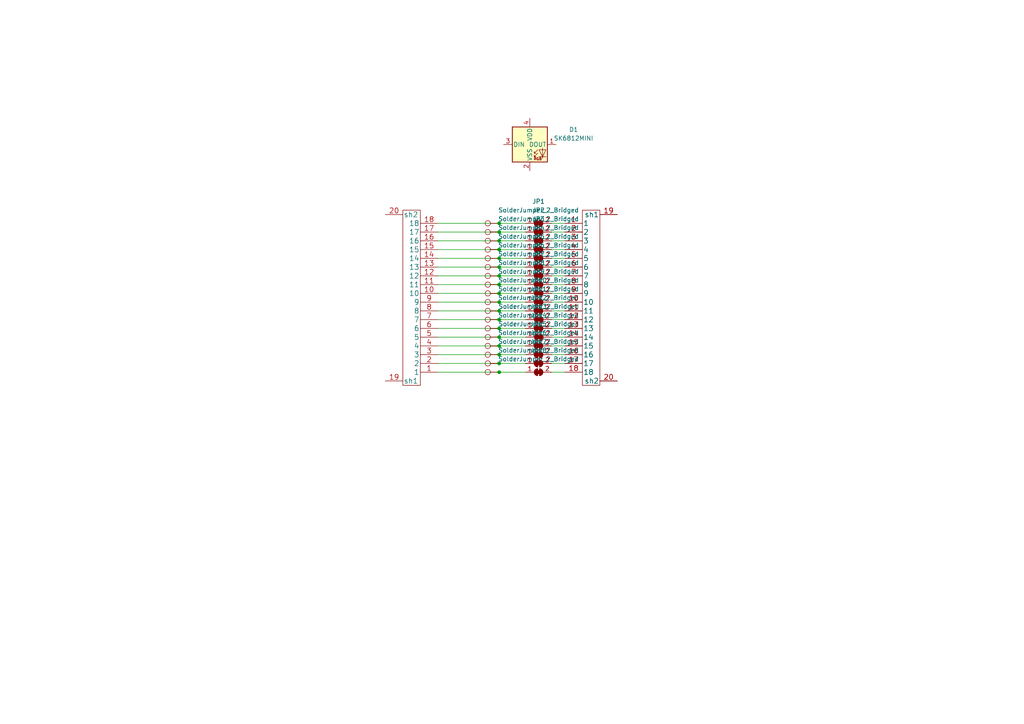
<source format=kicad_sch>
(kicad_sch (version 20211123) (generator eeschema)
  (paper "A4")
  (lib_symbols
    (symbol "Connector:TestPoint" (pin_numbers hide) (pin_names (offset 0.762) hide)
      (property "Reference" "TP" (at 0 6.858 0))
      (property "Value" "TestPoint" (at 0 5.08 0))
      (symbol "TestPoint_0_1"
        (circle (center 0 3.302) (radius 0.762))
      )
      (symbol "TestPoint_1_1"
        (pin passive line (at 0 0 90) (length 2.54) (name "1") (number "1"))
      )
    )
    (symbol "Jumper:SolderJumper_2_Bridged" (pin_names (offset 0) hide)
      (property "Reference" "JP" (at 0 2.032 0))
      (property "Value" "SolderJumper_2_Bridged" (at 0 -2.54 0))
      (symbol "SolderJumper_2_Bridged_0_1"
        (rectangle (start -0.508 0.508) (end 0.508 -0.508) (fill (type outline)))
        (arc (start -0.254 1.016) (mid -1.27 0) (end -0.254 -1.016))
        (arc (start -0.254 1.016) (mid -1.27 0) (end -0.254 -1.016) (fill (type outline)))
        (polyline (pts (xy -0.254 1.016) (xy -0.254 -1.016)))
        (polyline (pts (xy 0.254 1.016) (xy 0.254 -1.016)))
        (arc (start 0.254 -1.016) (mid 1.27 0) (end 0.254 1.016))
        (arc (start 0.254 -1.016) (mid 1.27 0) (end 0.254 1.016) (fill (type outline)))
      )
      (symbol "SolderJumper_2_Bridged_1_1"
        (pin passive line (at -3.81 0 0) (length 2.54) (name "A") (number "1"))
        (pin passive line (at 3.81 0 180) (length 2.54) (name "B") (number "2"))
      )
    )
    (symbol "LED:SK6812MINI" (pin_names (offset 0.254))
      (property "Reference" "D" (at 5.08 5.715 0))
      (property "Value" "SK6812MINI" (at 1.27 -5.715 0))
      (symbol "SK6812MINI_0_0"
        (text "RGB" (at 2.286 -4.191 0) (effects (font (size 0.762 0.762))))
      )
      (symbol "SK6812MINI_0_1"
        (polyline (pts (xy 1.27 -3.556) (xy 1.778 -3.556)))
        (polyline (pts (xy 1.27 -2.54) (xy 1.778 -2.54)))
        (polyline (pts (xy 4.699 -3.556) (xy 2.667 -3.556)))
        (polyline (pts (xy 2.286 -2.54) (xy 1.27 -3.556) (xy 1.27 -3.048)))
        (polyline (pts (xy 2.286 -1.524) (xy 1.27 -2.54) (xy 1.27 -2.032)))
        (polyline (pts (xy 3.683 -1.016) (xy 3.683 -3.556) (xy 3.683 -4.064)))
        (polyline (pts (xy 4.699 -1.524) (xy 2.667 -1.524) (xy 3.683 -3.556) (xy 4.699 -1.524)))
        (rectangle (start 5.08 5.08) (end -5.08 -5.08) (stroke (width 0.254)) (fill (type background)))
      )
      (symbol "SK6812MINI_1_1"
        (pin output line (at 7.62 0 180) (length 2.54) (name "DOUT") (number "1"))
        (pin power_in line (at 0 -7.62 90) (length 2.54) (name "VSS") (number "2"))
        (pin input line (at -7.62 0 0) (length 2.54) (name "DIN") (number "3"))
        (pin power_in line (at 0 7.62 270) (length 2.54) (name "VDD") (number "4"))
      )
    )
    (symbol "XF2J-1824-12A:XF2J-1824-12A" (pin_names (offset 0.254))
      (property "Reference" "J" (at 11.43 -24.13 0))
      (property "Value" "XF2J-1824-12A" (at 20.32 -26.67 0))
      (symbol "XF2J-1824-12A_0_1"
        (rectangle (start 5.08 3.81) (end 10.16 -46.99))
      )
      (symbol "XF2J-1824-12A_1_1"
        (pin unspecified line (at 0 0 0) (length 5.08) (name "1") (number "1"))
        (pin unspecified line (at 0 -22.86 0) (length 5.08) (name "10") (number "10"))
        (pin unspecified line (at 0 -25.4 0) (length 5.08) (name "11") (number "11"))
        (pin unspecified line (at 0 -27.94 0) (length 5.08) (name "12") (number "12"))
        (pin unspecified line (at 0 -30.48 0) (length 5.08) (name "13") (number "13"))
        (pin unspecified line (at 0 -33.02 0) (length 5.08) (name "14") (number "14"))
        (pin unspecified line (at 0 -35.56 0) (length 5.08) (name "15") (number "15"))
        (pin unspecified line (at 0 -38.1 0) (length 5.08) (name "16") (number "16"))
        (pin unspecified line (at 0 -40.64 0) (length 5.08) (name "17") (number "17"))
        (pin unspecified line (at 0 -43.18 0) (length 5.08) (name "18") (number "18"))
        (pin unspecified line (at 15.24 2.54 180) (length 5.08) (name "sh1") (number "19"))
        (pin unspecified line (at 0 -2.54 0) (length 5.08) (name "2") (number "2"))
        (pin unspecified line (at 15.24 -45.72 180) (length 5.08) (name "sh2") (number "20"))
        (pin unspecified line (at 0 -5.08 0) (length 5.08) (name "3") (number "3"))
        (pin unspecified line (at 0 -7.62 0) (length 5.08) (name "4") (number "4"))
        (pin unspecified line (at 0 -10.16 0) (length 5.08) (name "5") (number "5"))
        (pin unspecified line (at 0 -12.7 0) (length 5.08) (name "6") (number "6"))
        (pin unspecified line (at 0 -15.24 0) (length 5.08) (name "7") (number "7"))
        (pin unspecified line (at 0 -17.78 0) (length 5.08) (name "8") (number "8"))
        (pin unspecified line (at 0 -20.32 0) (length 5.08) (name "9") (number "9"))
      )
    )
  )
  (junction (at 144.78 107.95))
  (junction (at 144.78 102.87))
  (junction (at 144.78 72.39))
  (junction (at 144.78 105.41))
  (junction (at 144.78 97.79))
  (junction (at 144.78 80.01))
  (junction (at 144.78 74.93))
  (junction (at 144.78 77.47))
  (junction (at 144.78 90.17))
  (junction (at 144.78 64.77))
  (junction (at 144.78 82.55))
  (junction (at 144.78 95.25))
  (junction (at 144.78 67.31))
  (junction (at 144.78 92.71))
  (junction (at 144.78 69.85))
  (junction (at 144.78 85.09))
  (junction (at 144.78 100.33))
  (junction (at 144.78 87.63))
  (wire (pts (xy 160.02 87.63) (xy 163.83 87.63)))
  (wire (pts (xy 127 87.63) (xy 144.78 87.63)))
  (wire (pts (xy 144.78 85.09) (xy 152.4279 85.09)))
  (wire (pts (xy 159.9903 100.33) (xy 163.83 100.33)))
  (wire (pts (xy 127 64.77) (xy 144.78 64.77)))
  (wire (pts (xy 127 69.85) (xy 144.78 69.85)))
  (wire (pts (xy 127 82.55) (xy 144.78 82.55)))
  (wire (pts (xy 144.78 77.47) (xy 152.4 77.47)))
  (wire (pts (xy 160.0785 92.71) (xy 163.83 92.71)))
  (wire (pts (xy 159.9866 90.17) (xy 163.83 90.17)))
  (wire (pts (xy 160.02 69.85) (xy 163.83 69.85)))
  (wire (pts (xy 144.78 87.63) (xy 152.4 87.63)))
  (wire (pts (xy 160.02 95.25) (xy 163.83 95.25)))
  (wire (pts (xy 144.78 100.33) (xy 152.3703 100.33)))
  (wire (pts (xy 127 77.47) (xy 144.78 77.47)))
  (wire (pts (xy 160.02 64.77) (xy 163.83 64.77)))
  (wire (pts (xy 160.02 77.47) (xy 163.83 77.47)))
  (wire (pts (xy 144.78 105.41) (xy 152.4 105.41)))
  (wire (pts (xy 144.78 90.17) (xy 152.3666 90.17)))
  (wire (pts (xy 144.78 82.55) (xy 152.4 82.55)))
  (wire (pts (xy 144.78 72.39) (xy 152.4 72.39)))
  (wire (pts (xy 160.02 74.93) (xy 163.83 74.93)))
  (wire (pts (xy 144.78 95.25) (xy 152.4 95.25)))
  (wire (pts (xy 127 80.01) (xy 144.78 80.01)))
  (wire (pts (xy 127 100.33) (xy 144.78 100.33)))
  (wire (pts (xy 144.78 80.01) (xy 152.4 80.01)))
  (wire (pts (xy 160.02 102.87) (xy 163.83 102.87)))
  (wire (pts (xy 160.02 72.39) (xy 163.83 72.39)))
  (wire (pts (xy 127 85.09) (xy 144.78 85.09)))
  (wire (pts (xy 144.78 92.71) (xy 152.4585 92.71)))
  (wire (pts (xy 160.02 105.41) (xy 163.83 105.41)))
  (wire (pts (xy 127 72.39) (xy 144.78 72.39)))
  (wire (pts (xy 144.78 64.77) (xy 152.4 64.77)))
  (wire (pts (xy 144.78 74.93) (xy 152.4 74.93)))
  (wire (pts (xy 127 90.17) (xy 144.78 90.17)))
  (wire (pts (xy 160.02 67.31) (xy 163.83 67.31)))
  (wire (pts (xy 144.78 69.85) (xy 152.4 69.85)))
  (wire (pts (xy 127 95.25) (xy 144.78 95.25)))
  (wire (pts (xy 127 102.87) (xy 144.78 102.87)))
  (wire (pts (xy 160.0822 97.79) (xy 163.83 97.79)))
  (wire (pts (xy 127 92.71) (xy 144.78 92.71)))
  (wire (pts (xy 160.0479 85.09) (xy 163.83 85.09)))
  (wire (pts (xy 127 105.41) (xy 144.78 105.41)))
  (wire (pts (xy 144.78 97.79) (xy 152.4622 97.79)))
  (wire (pts (xy 127 74.93) (xy 144.78 74.93)))
  (wire (pts (xy 144.78 67.31) (xy 152.4 67.31)))
  (wire (pts (xy 160.02 107.95) (xy 163.83 107.95)))
  (wire (pts (xy 127 107.95) (xy 144.78 107.95)))
  (wire (pts (xy 127 97.79) (xy 144.78 97.79)))
  (wire (pts (xy 160.02 82.55) (xy 163.83 82.55)))
  (wire (pts (xy 127 67.31) (xy 144.78 67.31)))
  (wire (pts (xy 144.78 102.87) (xy 152.4 102.87)))
  (wire (pts (xy 144.78 107.95) (xy 152.4 107.95)))
  (wire (pts (xy 160.02 80.01) (xy 163.83 80.01)))
  (symbol (lib_id "Connector:TestPoint") (at 144.78 67.31 90) (unit 1)
    (property "Reference" "TP2" (effects hide))
    (property "Value" "TestPoint" (effects hide))
    (property "Footprint" "TestPoint:TestPoint_Pad_D1.5mm" (effects hide))
  )
  (symbol (lib_id "Jumper:SolderJumper_2_Bridged") (at 156.2379 85.09 0) (unit 1)
    (property "Reference" "JP9" (at 156.2379 78.74 0))
    (property "Value" "SolderJumper_2_Bridged" (at 156.2379 81.28 0))
    (property "Footprint" "Jumper:SolderJumper-2_P1.3mm_Bridged_RoundedPad1.0x1.5mm" (effects hide))
  )
  (symbol (lib_id "Connector:TestPoint") (at 144.78 82.55 90) (unit 1)
    (property "Reference" "TP8" (effects hide))
    (property "Value" "TestPoint" (effects hide))
    (property "Footprint" "TestPoint:TestPoint_Pad_D1.5mm" (effects hide))
  )
  (symbol (lib_id "Connector:TestPoint") (at 144.78 72.39 90) (unit 1)
    (property "Reference" "TP4" (effects hide))
    (property "Value" "TestPoint" (effects hide))
    (property "Footprint" "TestPoint:TestPoint_Pad_D1.5mm" (effects hide))
  )
  (symbol (lib_id "Connector:TestPoint") (at 144.78 64.77 90) (unit 1)
    (property "Reference" "TP1" (effects hide))
    (property "Value" "TestPoint" (effects hide))
    (property "Footprint" "TestPoint:TestPoint_Pad_D1.5mm" (effects hide))
  )
  (symbol (lib_id "Jumper:SolderJumper_2_Bridged") (at 156.21 107.95 0) (unit 1)
    (property "Reference" "JP18" (at 156.21 101.6 0))
    (property "Value" "SolderJumper_2_Bridged" (at 156.21 104.14 0))
    (property "Footprint" "Jumper:SolderJumper-2_P1.3mm_Bridged_RoundedPad1.0x1.5mm" (effects hide))
  )
  (symbol (lib_id "Connector:TestPoint") (at 144.78 77.47 90) (unit 1)
    (property "Reference" "TP6" (effects hide))
    (property "Value" "TestPoint" (effects hide))
    (property "Footprint" "TestPoint:TestPoint_Pad_D1.5mm" (effects hide))
  )
  (symbol (lib_id "Connector:TestPoint") (at 144.78 85.09 90) (unit 1)
    (property "Reference" "TP9" (effects hide))
    (property "Value" "TestPoint" (effects hide))
    (property "Footprint" "TestPoint:TestPoint_Pad_D1.5mm" (effects hide))
  )
  (symbol (lib_id "Connector:TestPoint") (at 144.78 80.01 90) (unit 1)
    (property "Reference" "TP7" (effects hide))
    (property "Value" "TestPoint" (effects hide))
    (property "Footprint" "TestPoint:TestPoint_Pad_D1.5mm" (effects hide))
  )
  (symbol (lib_id "Jumper:SolderJumper_2_Bridged") (at 156.21 95.25 0) (unit 1)
    (property "Reference" "JP13" (at 156.21 88.9 0))
    (property "Value" "SolderJumper_2_Bridged" (at 156.21 91.44 0))
    (property "Footprint" "Jumper:SolderJumper-2_P1.3mm_Bridged_RoundedPad1.0x1.5mm" (effects hide))
  )
  (symbol (lib_id "Jumper:SolderJumper_2_Bridged") (at 156.21 67.31 0) (unit 1)
    (property "Reference" "JP2" (at 156.21 60.96 0))
    (property "Value" "SolderJumper_2_Bridged" (at 156.21 63.5 0))
    (property "Footprint" "Jumper:SolderJumper-2_P1.3mm_Bridged_RoundedPad1.0x1.5mm" (effects hide))
  )
  (symbol (lib_id "Connector:TestPoint") (at 144.78 74.93 90) (unit 1)
    (property "Reference" "TP5" (effects hide))
    (property "Value" "TestPoint" (effects hide))
    (property "Footprint" "TestPoint:TestPoint_Pad_D1.5mm" (effects hide))
  )
  (symbol (lib_id "Connector:TestPoint") (at 144.78 97.79 90) (unit 1)
    (property "Reference" "TP14" (effects hide))
    (property "Value" "TestPoint" (effects hide))
    (property "Footprint" "TestPoint:TestPoint_Pad_D1.5mm" (effects hide))
  )
  (symbol (lib_id "Connector:TestPoint") (at 144.78 105.41 90) (unit 1)
    (property "Reference" "TP17" (effects hide))
    (property "Value" "TestPoint" (effects hide))
    (property "Footprint" "TestPoint:TestPoint_Pad_D1.5mm" (effects hide))
  )
  (symbol (lib_id "Connector:TestPoint") (at 144.78 90.17 90) (unit 1)
    (property "Reference" "TP11" (effects hide))
    (property "Value" "TestPoint" (effects hide))
    (property "Footprint" "TestPoint:TestPoint_Pad_D1.5mm" (effects hide))
  )
  (symbol (lib_id "Jumper:SolderJumper_2_Bridged") (at 156.21 87.63 0) (unit 1)
    (property "Reference" "JP10" (at 156.21 81.28 0))
    (property "Value" "SolderJumper_2_Bridged" (at 156.21 83.82 0))
    (property "Footprint" "Jumper:SolderJumper-2_P1.3mm_Bridged_RoundedPad1.0x1.5mm" (effects hide))
  )
  (symbol (lib_id "XF2J-1824-12A:XF2J-1824-12A") (at 163.83 64.77 0) (unit 1)
    (property "Reference" "J2" (effects hide))
    (property "Value" "XF2J-1824-12A" (effects hide))
    (property "Footprint" "00_Custom:XF2J-1824-12A" (effects hide))
  )
  (symbol (lib_id "Connector:TestPoint") (at 144.78 100.33 90) (unit 1)
    (property "Reference" "TP15" (effects hide))
    (property "Value" "TestPoint" (effects hide))
    (property "Footprint" "TestPoint:TestPoint_Pad_D1.5mm" (effects hide))
  )
  (symbol (lib_id "XF2J-1824-12A:XF2J-1824-12A") (at 127 107.95 180) (unit 1)
    (property "Reference" "J1" (effects hide))
    (property "Value" "XF2J-1824-12A" (effects hide))
    (property "Footprint" "00_Custom:XF2J-1824-12A" (effects hide))
  )
  (symbol (lib_id "Jumper:SolderJumper_2_Bridged") (at 156.2722 97.79 0) (unit 1)
    (property "Reference" "JP14" (at 156.2722 91.44 0))
    (property "Value" "SolderJumper_2_Bridged" (at 156.2722 93.98 0))
    (property "Footprint" "Jumper:SolderJumper-2_P1.3mm_Bridged_RoundedPad1.0x1.5mm" (effects hide))
  )
  (symbol (lib_id "Connector:TestPoint") (at 144.78 95.25 90) (unit 1)
    (property "Reference" "TP13" (effects hide))
    (property "Value" "TestPoint" (effects hide))
    (property "Footprint" "TestPoint:TestPoint_Pad_D1.5mm" (effects hide))
  )
  (symbol (lib_id "Jumper:SolderJumper_2_Bridged") (at 156.21 82.55 0) (unit 1)
    (property "Reference" "JP8" (at 156.21 76.2 0))
    (property "Value" "SolderJumper_2_Bridged" (at 156.21 78.74 0))
    (property "Footprint" "Jumper:SolderJumper-2_P1.3mm_Bridged_RoundedPad1.0x1.5mm" (effects hide))
  )
  (symbol (lib_id "Connector:TestPoint") (at 144.78 92.71 90) (unit 1)
    (property "Reference" "TP12" (effects hide))
    (property "Value" "TestPoint" (effects hide))
    (property "Footprint" "TestPoint:TestPoint_Pad_D1.5mm" (effects hide))
  )
  (symbol (lib_id "Connector:TestPoint") (at 144.78 69.85 90) (unit 1)
    (property "Reference" "TP3" (effects hide))
    (property "Value" "TestPoint" (effects hide))
    (property "Footprint" "TestPoint:TestPoint_Pad_D1.5mm" (effects hide))
  )
  (symbol (lib_id "Jumper:SolderJumper_2_Bridged") (at 156.21 74.93 0) (unit 1)
    (property "Reference" "JP5" (at 156.21 68.58 0))
    (property "Value" "SolderJumper_2_Bridged" (at 156.21 71.12 0))
    (property "Footprint" "Jumper:SolderJumper-2_P1.3mm_Bridged_RoundedPad1.0x1.5mm" (effects hide))
  )
  (symbol (lib_id "Connector:TestPoint") (at 144.78 102.87 90) (unit 1)
    (property "Reference" "TP16" (effects hide))
    (property "Value" "TestPoint" (effects hide))
    (property "Footprint" "TestPoint:TestPoint_Pad_D1.5mm" (effects hide))
  )
  (symbol (lib_id "Jumper:SolderJumper_2_Bridged") (at 156.21 102.87 0) (unit 1)
    (property "Reference" "JP16" (at 156.21 96.52 0))
    (property "Value" "SolderJumper_2_Bridged" (at 156.21 99.06 0))
    (property "Footprint" "Jumper:SolderJumper-2_P1.3mm_Bridged_RoundedPad1.0x1.5mm" (effects hide))
  )
  (symbol (lib_id "Jumper:SolderJumper_2_Bridged") (at 156.21 69.85 0) (unit 1)
    (property "Reference" "JP3" (at 156.21 63.5 0))
    (property "Value" "SolderJumper_2_Bridged" (at 156.21 66.04 0))
    (property "Footprint" "Jumper:SolderJumper-2_P1.3mm_Bridged_RoundedPad1.0x1.5mm" (effects hide))
  )
  (symbol (lib_id "Jumper:SolderJumper_2_Bridged") (at 156.2685 92.71 0) (unit 1)
    (property "Reference" "JP12" (at 156.2685 86.36 0))
    (property "Value" "SolderJumper_2_Bridged" (at 156.2685 88.9 0))
    (property "Footprint" "Jumper:SolderJumper-2_P1.3mm_Bridged_RoundedPad1.0x1.5mm" (effects hide))
  )
  (symbol (lib_id "Jumper:SolderJumper_2_Bridged") (at 156.1803 100.33 0) (unit 1)
    (property "Reference" "JP15" (at 156.1803 93.98 0))
    (property "Value" "SolderJumper_2_Bridged" (at 156.1803 96.52 0))
    (property "Footprint" "Jumper:SolderJumper-2_P1.3mm_Bridged_RoundedPad1.0x1.5mm" (effects hide))
  )
  (symbol (lib_id "Jumper:SolderJumper_2_Bridged") (at 156.21 77.47 0) (unit 1)
    (property "Reference" "JP6" (at 156.21 71.12 0))
    (property "Value" "SolderJumper_2_Bridged" (at 156.21 73.66 0))
    (property "Footprint" "Jumper:SolderJumper-2_P1.3mm_Bridged_RoundedPad1.0x1.5mm" (effects hide))
  )
  (symbol (lib_id "Jumper:SolderJumper_2_Bridged") (at 156.21 64.77 0) (unit 1)
    (property "Reference" "JP1" (at 156.21 58.42 0))
    (property "Value" "SolderJumper_2_Bridged" (at 156.21 60.96 0))
    (property "Footprint" "Jumper:SolderJumper-2_P1.3mm_Bridged_RoundedPad1.0x1.5mm" (effects hide))
  )
  (symbol (lib_id "Connector:TestPoint") (at 144.78 107.95 90) (unit 1)
    (property "Reference" "TP18" (effects hide))
    (property "Value" "TestPoint" (effects hide))
    (property "Footprint" "TestPoint:TestPoint_Pad_D1.5mm" (effects hide))
  )
  (symbol (lib_id "Jumper:SolderJumper_2_Bridged") (at 156.21 72.39 0) (unit 1)
    (property "Reference" "JP4" (at 156.21 66.04 0))
    (property "Value" "SolderJumper_2_Bridged" (at 156.21 68.58 0))
    (property "Footprint" "Jumper:SolderJumper-2_P1.3mm_Bridged_RoundedPad1.0x1.5mm" (effects hide))
  )
  (symbol (lib_id "Jumper:SolderJumper_2_Bridged") (at 156.1766 90.17 0) (unit 1)
    (property "Reference" "JP11" (at 156.1766 83.82 0))
    (property "Value" "SolderJumper_2_Bridged" (at 156.1766 86.36 0))
    (property "Footprint" "Jumper:SolderJumper-2_P1.3mm_Bridged_RoundedPad1.0x1.5mm" (effects hide))
  )
  (symbol (lib_id "Connector:TestPoint") (at 144.78 87.63 90) (unit 1)
    (property "Reference" "TP10" (effects hide))
    (property "Value" "TestPoint" (effects hide))
    (property "Footprint" "TestPoint:TestPoint_Pad_D1.5mm" (effects hide))
  )
  (symbol (lib_id "Jumper:SolderJumper_2_Bridged") (at 156.21 105.41 0) (unit 1)
    (property "Reference" "JP17" (at 156.21 99.06 0))
    (property "Value" "SolderJumper_2_Bridged" (at 156.21 101.6 0))
    (property "Footprint" "Jumper:SolderJumper-2_P1.3mm_Bridged_RoundedPad1.0x1.5mm" (effects hide))
  )
  (symbol (lib_id "LED:SK6812MINI") (at 153.67 41.91 0) (unit 1)
    (property "Reference" "D1" (at 166.37 37.5793 0))
    (property "Value" "SK6812MINI" (at 166.37 40.1193 0))
    (property "Footprint" "LED_SMD:LED_SK6812MINI_PLCC4_3.5x3.5mm_P1.75mm" (effects hide))
    (property "Datasheet" "https://cdn-shop.adafruit.com/product-files/2686/SK6812MINI_REV.01-1-2.pdf" (effects hide))
  )
  (symbol (lib_id "Jumper:SolderJumper_2_Bridged") (at 156.21 80.01 0) (unit 1)
    (property "Reference" "JP7" (at 156.21 73.66 0))
    (property "Value" "SolderJumper_2_Bridged" (at 156.21 76.2 0))
    (property "Footprint" "Jumper:SolderJumper-2_P1.3mm_Bridged_RoundedPad1.0x1.5mm" (effects hide))
  )
)
</source>
